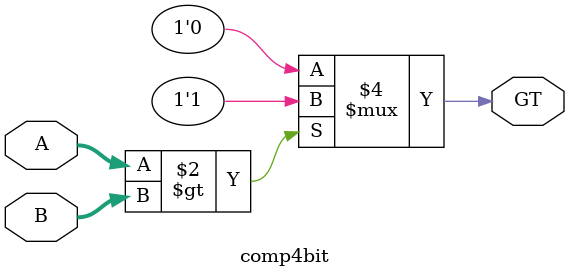
<source format=v>

module comp4bit(A, B, GT);
input [3:0] A,B;
output reg GT;

always @(*)
if(A>B)
GT = 1;
else
GT = 0;

endmodule

</source>
